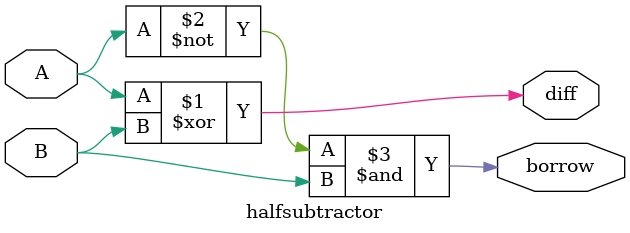
<source format=v>
`timescale 1ns / 1ps
module halfsubtractor(input A,input B,output diff,output borrow);
assign diff=A^B;
assign borrow=~A&B;
endmodule

</source>
